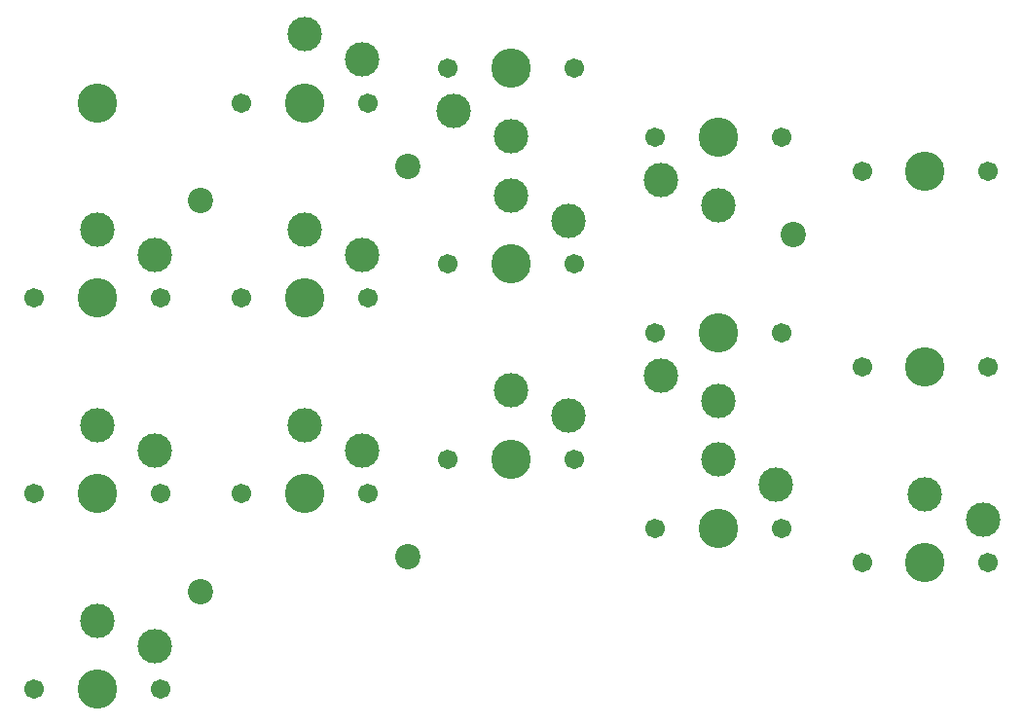
<source format=gbr>
%TF.GenerationSoftware,KiCad,Pcbnew,(7.0.0-0)*%
%TF.CreationDate,2023-06-15T16:10:08+08:00*%
%TF.ProjectId,left,6c656674-2e6b-4696-9361-645f70636258,v1.0.0*%
%TF.SameCoordinates,Original*%
%TF.FileFunction,NonPlated,1,2,NPTH,Drill*%
%TF.FilePolarity,Positive*%
%FSLAX46Y46*%
G04 Gerber Fmt 4.6, Leading zero omitted, Abs format (unit mm)*
G04 Created by KiCad (PCBNEW (7.0.0-0)) date 2023-06-15 16:10:08*
%MOMM*%
%LPD*%
G01*
G04 APERTURE LIST*
%TA.AperFunction,ComponentDrill*%
%ADD10C,1.701800*%
%TD*%
%TA.AperFunction,ComponentDrill*%
%ADD11C,2.200000*%
%TD*%
%TA.AperFunction,ComponentDrill*%
%ADD12C,3.000000*%
%TD*%
%TA.AperFunction,ComponentDrill*%
%ADD13C,3.429000*%
%TD*%
G04 APERTURE END LIST*
D10*
%TO.C,S3*%
X-5500000Y34000000D03*
%TO.C,S4*%
X-5500000Y17000000D03*
%TO.C,S5*%
X-5500000Y0D03*
%TO.C,S3*%
X5500000Y34000000D03*
%TO.C,S4*%
X5500000Y17000000D03*
%TO.C,S5*%
X5500000Y0D03*
%TO.C,S6*%
X12500000Y51000000D03*
%TO.C,S7*%
X12500000Y34000000D03*
%TO.C,S8*%
X12500000Y17000000D03*
%TO.C,S6*%
X23500000Y51000000D03*
%TO.C,S7*%
X23500000Y34000000D03*
%TO.C,S8*%
X23500000Y17000000D03*
%TO.C,S9*%
X30500000Y54000000D03*
%TO.C,S10*%
X30500000Y37000000D03*
%TO.C,S11*%
X30500000Y20000000D03*
%TO.C,S9*%
X41500000Y54000000D03*
%TO.C,S10*%
X41500000Y37000000D03*
%TO.C,S11*%
X41500000Y20000000D03*
%TO.C,S12*%
X48500000Y48000000D03*
%TO.C,S13*%
X48500000Y31000000D03*
%TO.C,S14*%
X48500000Y14000000D03*
%TO.C,S12*%
X59500000Y48000000D03*
%TO.C,S13*%
X59500000Y31000000D03*
%TO.C,S14*%
X59500000Y14000000D03*
%TO.C,S1*%
X66500000Y45000000D03*
%TO.C,S2*%
X66500000Y28000000D03*
%TO.C,S15*%
X66500000Y11000000D03*
%TO.C,S1*%
X77500000Y45000000D03*
%TO.C,S2*%
X77500000Y28000000D03*
%TO.C,S15*%
X77500000Y11000000D03*
D11*
%TO.C,H4*%
X9000000Y42500000D03*
%TO.C,H5*%
X9000000Y8500000D03*
%TO.C,H2*%
X27000000Y45500000D03*
%TO.C,H3*%
X27000000Y11500000D03*
%TO.C,H1*%
X60500000Y39500000D03*
D12*
%TO.C,S3*%
X0Y39950000D03*
%TO.C,S4*%
X0Y22950000D03*
%TO.C,S5*%
X0Y5950000D03*
%TO.C,S3*%
X5000000Y37750000D03*
%TO.C,S4*%
X5000000Y20750000D03*
%TO.C,S5*%
X5000000Y3750000D03*
%TO.C,S6*%
X18000000Y56950000D03*
%TO.C,S7*%
X18000000Y39950000D03*
%TO.C,S8*%
X18000000Y22950000D03*
%TO.C,S6*%
X23000000Y54750000D03*
%TO.C,S7*%
X23000000Y37750000D03*
%TO.C,S8*%
X23000000Y20750000D03*
%TO.C,S9*%
X31000000Y50250000D03*
X36000000Y48050000D03*
%TO.C,S10*%
X36000000Y42950000D03*
%TO.C,S11*%
X36000000Y25950000D03*
%TO.C,S10*%
X41000000Y40750000D03*
%TO.C,S11*%
X41000000Y23750000D03*
%TO.C,S12*%
X49000000Y44250000D03*
%TO.C,S13*%
X49000000Y27250000D03*
%TO.C,S12*%
X54000000Y42050000D03*
%TO.C,S13*%
X54000000Y25050000D03*
%TO.C,S14*%
X54000000Y19950000D03*
X59000000Y17750000D03*
%TO.C,S15*%
X72000000Y16950000D03*
X77000000Y14750000D03*
D13*
%TO.C,ROT1*%
X0Y51000000D03*
%TO.C,S3*%
X0Y34000000D03*
%TO.C,S4*%
X0Y17000000D03*
%TO.C,S5*%
X0Y0D03*
%TO.C,S6*%
X18000000Y51000000D03*
%TO.C,S7*%
X18000000Y34000000D03*
%TO.C,S8*%
X18000000Y17000000D03*
%TO.C,S9*%
X36000000Y54000000D03*
%TO.C,S10*%
X36000000Y37000000D03*
%TO.C,S11*%
X36000000Y20000000D03*
%TO.C,S12*%
X54000000Y48000000D03*
%TO.C,S13*%
X54000000Y31000000D03*
%TO.C,S14*%
X54000000Y14000000D03*
%TO.C,S1*%
X72000000Y45000000D03*
%TO.C,S2*%
X72000000Y28000000D03*
%TO.C,S15*%
X72000000Y11000000D03*
M02*

</source>
